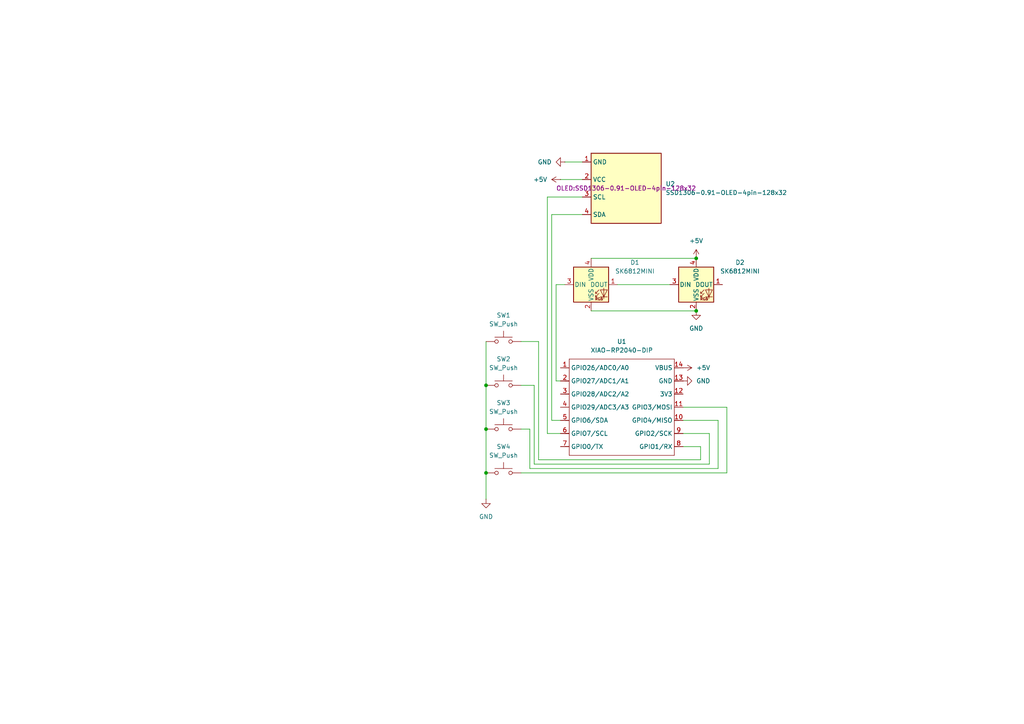
<source format=kicad_sch>
(kicad_sch
	(version 20250114)
	(generator "eeschema")
	(generator_version "9.0")
	(uuid "ce998194-85b8-4139-ab8a-323e77dd3006")
	(paper "A4")
	(lib_symbols
		(symbol "LED:SK6812MINI"
			(pin_names
				(offset 0.254)
			)
			(exclude_from_sim no)
			(in_bom yes)
			(on_board yes)
			(property "Reference" "D"
				(at 5.08 5.715 0)
				(effects
					(font
						(size 1.27 1.27)
					)
					(justify right bottom)
				)
			)
			(property "Value" "SK6812MINI"
				(at 1.27 -5.715 0)
				(effects
					(font
						(size 1.27 1.27)
					)
					(justify left top)
				)
			)
			(property "Footprint" "LED_SMD:LED_SK6812MINI_PLCC4_3.5x3.5mm_P1.75mm"
				(at 1.27 -7.62 0)
				(effects
					(font
						(size 1.27 1.27)
					)
					(justify left top)
					(hide yes)
				)
			)
			(property "Datasheet" "https://cdn-shop.adafruit.com/product-files/2686/SK6812MINI_REV.01-1-2.pdf"
				(at 2.54 -9.525 0)
				(effects
					(font
						(size 1.27 1.27)
					)
					(justify left top)
					(hide yes)
				)
			)
			(property "Description" "RGB LED with integrated controller"
				(at 0 0 0)
				(effects
					(font
						(size 1.27 1.27)
					)
					(hide yes)
				)
			)
			(property "ki_keywords" "RGB LED NeoPixel Mini addressable"
				(at 0 0 0)
				(effects
					(font
						(size 1.27 1.27)
					)
					(hide yes)
				)
			)
			(property "ki_fp_filters" "LED*SK6812MINI*PLCC*3.5x3.5mm*P1.75mm*"
				(at 0 0 0)
				(effects
					(font
						(size 1.27 1.27)
					)
					(hide yes)
				)
			)
			(symbol "SK6812MINI_0_0"
				(text "RGB"
					(at 2.286 -4.191 0)
					(effects
						(font
							(size 0.762 0.762)
						)
					)
				)
			)
			(symbol "SK6812MINI_0_1"
				(polyline
					(pts
						(xy 1.27 -2.54) (xy 1.778 -2.54)
					)
					(stroke
						(width 0)
						(type default)
					)
					(fill
						(type none)
					)
				)
				(polyline
					(pts
						(xy 1.27 -3.556) (xy 1.778 -3.556)
					)
					(stroke
						(width 0)
						(type default)
					)
					(fill
						(type none)
					)
				)
				(polyline
					(pts
						(xy 2.286 -1.524) (xy 1.27 -2.54) (xy 1.27 -2.032)
					)
					(stroke
						(width 0)
						(type default)
					)
					(fill
						(type none)
					)
				)
				(polyline
					(pts
						(xy 2.286 -2.54) (xy 1.27 -3.556) (xy 1.27 -3.048)
					)
					(stroke
						(width 0)
						(type default)
					)
					(fill
						(type none)
					)
				)
				(polyline
					(pts
						(xy 3.683 -1.016) (xy 3.683 -3.556) (xy 3.683 -4.064)
					)
					(stroke
						(width 0)
						(type default)
					)
					(fill
						(type none)
					)
				)
				(polyline
					(pts
						(xy 4.699 -1.524) (xy 2.667 -1.524) (xy 3.683 -3.556) (xy 4.699 -1.524)
					)
					(stroke
						(width 0)
						(type default)
					)
					(fill
						(type none)
					)
				)
				(polyline
					(pts
						(xy 4.699 -3.556) (xy 2.667 -3.556)
					)
					(stroke
						(width 0)
						(type default)
					)
					(fill
						(type none)
					)
				)
				(rectangle
					(start 5.08 5.08)
					(end -5.08 -5.08)
					(stroke
						(width 0.254)
						(type default)
					)
					(fill
						(type background)
					)
				)
			)
			(symbol "SK6812MINI_1_1"
				(pin input line
					(at -7.62 0 0)
					(length 2.54)
					(name "DIN"
						(effects
							(font
								(size 1.27 1.27)
							)
						)
					)
					(number "3"
						(effects
							(font
								(size 1.27 1.27)
							)
						)
					)
				)
				(pin power_in line
					(at 0 7.62 270)
					(length 2.54)
					(name "VDD"
						(effects
							(font
								(size 1.27 1.27)
							)
						)
					)
					(number "4"
						(effects
							(font
								(size 1.27 1.27)
							)
						)
					)
				)
				(pin power_in line
					(at 0 -7.62 90)
					(length 2.54)
					(name "VSS"
						(effects
							(font
								(size 1.27 1.27)
							)
						)
					)
					(number "2"
						(effects
							(font
								(size 1.27 1.27)
							)
						)
					)
				)
				(pin output line
					(at 7.62 0 180)
					(length 2.54)
					(name "DOUT"
						(effects
							(font
								(size 1.27 1.27)
							)
						)
					)
					(number "1"
						(effects
							(font
								(size 1.27 1.27)
							)
						)
					)
				)
			)
			(embedded_fonts no)
		)
		(symbol "OPL:XIAO-RP2040-DIP"
			(exclude_from_sim no)
			(in_bom yes)
			(on_board yes)
			(property "Reference" "U"
				(at 0 0 0)
				(effects
					(font
						(size 1.27 1.27)
					)
				)
			)
			(property "Value" "XIAO-RP2040-DIP"
				(at 5.334 -1.778 0)
				(effects
					(font
						(size 1.27 1.27)
					)
				)
			)
			(property "Footprint" "Module:MOUDLE14P-XIAO-DIP-SMD"
				(at 14.478 -32.258 0)
				(effects
					(font
						(size 1.27 1.27)
					)
					(hide yes)
				)
			)
			(property "Datasheet" ""
				(at 0 0 0)
				(effects
					(font
						(size 1.27 1.27)
					)
					(hide yes)
				)
			)
			(property "Description" ""
				(at 0 0 0)
				(effects
					(font
						(size 1.27 1.27)
					)
					(hide yes)
				)
			)
			(symbol "XIAO-RP2040-DIP_1_0"
				(polyline
					(pts
						(xy -1.27 -2.54) (xy 29.21 -2.54)
					)
					(stroke
						(width 0.1524)
						(type solid)
					)
					(fill
						(type none)
					)
				)
				(polyline
					(pts
						(xy -1.27 -5.08) (xy -2.54 -5.08)
					)
					(stroke
						(width 0.1524)
						(type solid)
					)
					(fill
						(type none)
					)
				)
				(polyline
					(pts
						(xy -1.27 -5.08) (xy -1.27 -2.54)
					)
					(stroke
						(width 0.1524)
						(type solid)
					)
					(fill
						(type none)
					)
				)
				(polyline
					(pts
						(xy -1.27 -8.89) (xy -2.54 -8.89)
					)
					(stroke
						(width 0.1524)
						(type solid)
					)
					(fill
						(type none)
					)
				)
				(polyline
					(pts
						(xy -1.27 -8.89) (xy -1.27 -5.08)
					)
					(stroke
						(width 0.1524)
						(type solid)
					)
					(fill
						(type none)
					)
				)
				(polyline
					(pts
						(xy -1.27 -12.7) (xy -2.54 -12.7)
					)
					(stroke
						(width 0.1524)
						(type solid)
					)
					(fill
						(type none)
					)
				)
				(polyline
					(pts
						(xy -1.27 -12.7) (xy -1.27 -8.89)
					)
					(stroke
						(width 0.1524)
						(type solid)
					)
					(fill
						(type none)
					)
				)
				(polyline
					(pts
						(xy -1.27 -16.51) (xy -2.54 -16.51)
					)
					(stroke
						(width 0.1524)
						(type solid)
					)
					(fill
						(type none)
					)
				)
				(polyline
					(pts
						(xy -1.27 -16.51) (xy -1.27 -12.7)
					)
					(stroke
						(width 0.1524)
						(type solid)
					)
					(fill
						(type none)
					)
				)
				(polyline
					(pts
						(xy -1.27 -20.32) (xy -2.54 -20.32)
					)
					(stroke
						(width 0.1524)
						(type solid)
					)
					(fill
						(type none)
					)
				)
				(polyline
					(pts
						(xy -1.27 -24.13) (xy -2.54 -24.13)
					)
					(stroke
						(width 0.1524)
						(type solid)
					)
					(fill
						(type none)
					)
				)
				(polyline
					(pts
						(xy -1.27 -27.94) (xy -2.54 -27.94)
					)
					(stroke
						(width 0.1524)
						(type solid)
					)
					(fill
						(type none)
					)
				)
				(polyline
					(pts
						(xy -1.27 -30.48) (xy -1.27 -16.51)
					)
					(stroke
						(width 0.1524)
						(type solid)
					)
					(fill
						(type none)
					)
				)
				(polyline
					(pts
						(xy 29.21 -2.54) (xy 29.21 -5.08)
					)
					(stroke
						(width 0.1524)
						(type solid)
					)
					(fill
						(type none)
					)
				)
				(polyline
					(pts
						(xy 29.21 -5.08) (xy 29.21 -8.89)
					)
					(stroke
						(width 0.1524)
						(type solid)
					)
					(fill
						(type none)
					)
				)
				(polyline
					(pts
						(xy 29.21 -8.89) (xy 29.21 -12.7)
					)
					(stroke
						(width 0.1524)
						(type solid)
					)
					(fill
						(type none)
					)
				)
				(polyline
					(pts
						(xy 29.21 -12.7) (xy 29.21 -30.48)
					)
					(stroke
						(width 0.1524)
						(type solid)
					)
					(fill
						(type none)
					)
				)
				(polyline
					(pts
						(xy 29.21 -30.48) (xy -1.27 -30.48)
					)
					(stroke
						(width 0.1524)
						(type solid)
					)
					(fill
						(type none)
					)
				)
				(polyline
					(pts
						(xy 30.48 -5.08) (xy 29.21 -5.08)
					)
					(stroke
						(width 0.1524)
						(type solid)
					)
					(fill
						(type none)
					)
				)
				(polyline
					(pts
						(xy 30.48 -8.89) (xy 29.21 -8.89)
					)
					(stroke
						(width 0.1524)
						(type solid)
					)
					(fill
						(type none)
					)
				)
				(polyline
					(pts
						(xy 30.48 -12.7) (xy 29.21 -12.7)
					)
					(stroke
						(width 0.1524)
						(type solid)
					)
					(fill
						(type none)
					)
				)
				(polyline
					(pts
						(xy 30.48 -16.51) (xy 29.21 -16.51)
					)
					(stroke
						(width 0.1524)
						(type solid)
					)
					(fill
						(type none)
					)
				)
				(polyline
					(pts
						(xy 30.48 -20.32) (xy 29.21 -20.32)
					)
					(stroke
						(width 0.1524)
						(type solid)
					)
					(fill
						(type none)
					)
				)
				(polyline
					(pts
						(xy 30.48 -24.13) (xy 29.21 -24.13)
					)
					(stroke
						(width 0.1524)
						(type solid)
					)
					(fill
						(type none)
					)
				)
				(polyline
					(pts
						(xy 30.48 -27.94) (xy 29.21 -27.94)
					)
					(stroke
						(width 0.1524)
						(type solid)
					)
					(fill
						(type none)
					)
				)
				(pin passive line
					(at -3.81 -5.08 0)
					(length 2.54)
					(name "GPIO26/ADC0/A0"
						(effects
							(font
								(size 1.27 1.27)
							)
						)
					)
					(number "1"
						(effects
							(font
								(size 1.27 1.27)
							)
						)
					)
				)
				(pin passive line
					(at -3.81 -8.89 0)
					(length 2.54)
					(name "GPIO27/ADC1/A1"
						(effects
							(font
								(size 1.27 1.27)
							)
						)
					)
					(number "2"
						(effects
							(font
								(size 1.27 1.27)
							)
						)
					)
				)
				(pin passive line
					(at -3.81 -12.7 0)
					(length 2.54)
					(name "GPIO28/ADC2/A2"
						(effects
							(font
								(size 1.27 1.27)
							)
						)
					)
					(number "3"
						(effects
							(font
								(size 1.27 1.27)
							)
						)
					)
				)
				(pin passive line
					(at -3.81 -16.51 0)
					(length 2.54)
					(name "GPIO29/ADC3/A3"
						(effects
							(font
								(size 1.27 1.27)
							)
						)
					)
					(number "4"
						(effects
							(font
								(size 1.27 1.27)
							)
						)
					)
				)
				(pin passive line
					(at -3.81 -20.32 0)
					(length 2.54)
					(name "GPIO6/SDA"
						(effects
							(font
								(size 1.27 1.27)
							)
						)
					)
					(number "5"
						(effects
							(font
								(size 1.27 1.27)
							)
						)
					)
				)
				(pin passive line
					(at -3.81 -24.13 0)
					(length 2.54)
					(name "GPIO7/SCL"
						(effects
							(font
								(size 1.27 1.27)
							)
						)
					)
					(number "6"
						(effects
							(font
								(size 1.27 1.27)
							)
						)
					)
				)
				(pin passive line
					(at -3.81 -27.94 0)
					(length 2.54)
					(name "GPIO0/TX"
						(effects
							(font
								(size 1.27 1.27)
							)
						)
					)
					(number "7"
						(effects
							(font
								(size 1.27 1.27)
							)
						)
					)
				)
				(pin passive line
					(at 31.75 -5.08 180)
					(length 2.54)
					(name "VBUS"
						(effects
							(font
								(size 1.27 1.27)
							)
						)
					)
					(number "14"
						(effects
							(font
								(size 1.27 1.27)
							)
						)
					)
				)
				(pin passive line
					(at 31.75 -8.89 180)
					(length 2.54)
					(name "GND"
						(effects
							(font
								(size 1.27 1.27)
							)
						)
					)
					(number "13"
						(effects
							(font
								(size 1.27 1.27)
							)
						)
					)
				)
				(pin passive line
					(at 31.75 -12.7 180)
					(length 2.54)
					(name "3V3"
						(effects
							(font
								(size 1.27 1.27)
							)
						)
					)
					(number "12"
						(effects
							(font
								(size 1.27 1.27)
							)
						)
					)
				)
				(pin passive line
					(at 31.75 -16.51 180)
					(length 2.54)
					(name "GPIO3/MOSI"
						(effects
							(font
								(size 1.27 1.27)
							)
						)
					)
					(number "11"
						(effects
							(font
								(size 1.27 1.27)
							)
						)
					)
				)
				(pin passive line
					(at 31.75 -20.32 180)
					(length 2.54)
					(name "GPIO4/MISO"
						(effects
							(font
								(size 1.27 1.27)
							)
						)
					)
					(number "10"
						(effects
							(font
								(size 1.27 1.27)
							)
						)
					)
				)
				(pin passive line
					(at 31.75 -24.13 180)
					(length 2.54)
					(name "GPIO2/SCK"
						(effects
							(font
								(size 1.27 1.27)
							)
						)
					)
					(number "9"
						(effects
							(font
								(size 1.27 1.27)
							)
						)
					)
				)
				(pin passive line
					(at 31.75 -27.94 180)
					(length 2.54)
					(name "GPIO1/RX"
						(effects
							(font
								(size 1.27 1.27)
							)
						)
					)
					(number "8"
						(effects
							(font
								(size 1.27 1.27)
							)
						)
					)
				)
			)
			(embedded_fonts no)
		)
		(symbol "SSD1306-0.91-OLED-4pin-128x32(1):SSD1306-0.91-OLED-4pin-128x32"
			(exclude_from_sim no)
			(in_bom yes)
			(on_board yes)
			(property "Reference" "U"
				(at 0 12.7 0)
				(effects
					(font
						(size 1.27 1.27)
					)
				)
			)
			(property "Value" "SSD1306-0.91-OLED-4pin-128x32"
				(at 0 -12.7 0)
				(effects
					(font
						(size 1.27 1.27)
					)
				)
			)
			(property "Footprint" ""
				(at 0 0 0)
				(effects
					(font
						(size 1.27 1.27)
					)
					(hide yes)
				)
			)
			(property "Datasheet" ""
				(at 0 0 0)
				(effects
					(font
						(size 1.27 1.27)
					)
					(hide yes)
				)
			)
			(property "Description" ""
				(at 0 0 0)
				(effects
					(font
						(size 1.27 1.27)
					)
					(hide yes)
				)
			)
			(symbol "SSD1306-0.91-OLED-4pin-128x32_0_1"
				(rectangle
					(start -10.16 10.16)
					(end 10.16 -10.16)
					(stroke
						(width 0.254)
						(type default)
					)
					(fill
						(type background)
					)
				)
			)
			(symbol "SSD1306-0.91-OLED-4pin-128x32_1_1"
				(pin power_in line
					(at -12.7 7.62 0)
					(length 2.54)
					(name "GND"
						(effects
							(font
								(size 1.27 1.27)
							)
						)
					)
					(number "1"
						(effects
							(font
								(size 1.27 1.27)
							)
						)
					)
				)
				(pin power_in line
					(at -12.7 2.54 0)
					(length 2.54)
					(name "VCC"
						(effects
							(font
								(size 1.27 1.27)
							)
						)
					)
					(number "2"
						(effects
							(font
								(size 1.27 1.27)
							)
						)
					)
				)
				(pin input line
					(at -12.7 -2.54 0)
					(length 2.54)
					(name "SCL"
						(effects
							(font
								(size 1.27 1.27)
							)
						)
					)
					(number "3"
						(effects
							(font
								(size 1.27 1.27)
							)
						)
					)
				)
				(pin bidirectional line
					(at -12.7 -7.62 0)
					(length 2.54)
					(name "SDA"
						(effects
							(font
								(size 1.27 1.27)
							)
						)
					)
					(number "4"
						(effects
							(font
								(size 1.27 1.27)
							)
						)
					)
				)
			)
			(embedded_fonts no)
		)
		(symbol "Switch:SW_Push"
			(pin_numbers
				(hide yes)
			)
			(pin_names
				(offset 1.016)
				(hide yes)
			)
			(exclude_from_sim no)
			(in_bom yes)
			(on_board yes)
			(property "Reference" "SW"
				(at 1.27 2.54 0)
				(effects
					(font
						(size 1.27 1.27)
					)
					(justify left)
				)
			)
			(property "Value" "SW_Push"
				(at 0 -1.524 0)
				(effects
					(font
						(size 1.27 1.27)
					)
				)
			)
			(property "Footprint" ""
				(at 0 5.08 0)
				(effects
					(font
						(size 1.27 1.27)
					)
					(hide yes)
				)
			)
			(property "Datasheet" "~"
				(at 0 5.08 0)
				(effects
					(font
						(size 1.27 1.27)
					)
					(hide yes)
				)
			)
			(property "Description" "Push button switch, generic, two pins"
				(at 0 0 0)
				(effects
					(font
						(size 1.27 1.27)
					)
					(hide yes)
				)
			)
			(property "ki_keywords" "switch normally-open pushbutton push-button"
				(at 0 0 0)
				(effects
					(font
						(size 1.27 1.27)
					)
					(hide yes)
				)
			)
			(symbol "SW_Push_0_1"
				(circle
					(center -2.032 0)
					(radius 0.508)
					(stroke
						(width 0)
						(type default)
					)
					(fill
						(type none)
					)
				)
				(polyline
					(pts
						(xy 0 1.27) (xy 0 3.048)
					)
					(stroke
						(width 0)
						(type default)
					)
					(fill
						(type none)
					)
				)
				(circle
					(center 2.032 0)
					(radius 0.508)
					(stroke
						(width 0)
						(type default)
					)
					(fill
						(type none)
					)
				)
				(polyline
					(pts
						(xy 2.54 1.27) (xy -2.54 1.27)
					)
					(stroke
						(width 0)
						(type default)
					)
					(fill
						(type none)
					)
				)
				(pin passive line
					(at -5.08 0 0)
					(length 2.54)
					(name "1"
						(effects
							(font
								(size 1.27 1.27)
							)
						)
					)
					(number "1"
						(effects
							(font
								(size 1.27 1.27)
							)
						)
					)
				)
				(pin passive line
					(at 5.08 0 180)
					(length 2.54)
					(name "2"
						(effects
							(font
								(size 1.27 1.27)
							)
						)
					)
					(number "2"
						(effects
							(font
								(size 1.27 1.27)
							)
						)
					)
				)
			)
			(embedded_fonts no)
		)
		(symbol "power:+5V"
			(power)
			(pin_numbers
				(hide yes)
			)
			(pin_names
				(offset 0)
				(hide yes)
			)
			(exclude_from_sim no)
			(in_bom yes)
			(on_board yes)
			(property "Reference" "#PWR"
				(at 0 -3.81 0)
				(effects
					(font
						(size 1.27 1.27)
					)
					(hide yes)
				)
			)
			(property "Value" "+5V"
				(at 0 3.556 0)
				(effects
					(font
						(size 1.27 1.27)
					)
				)
			)
			(property "Footprint" ""
				(at 0 0 0)
				(effects
					(font
						(size 1.27 1.27)
					)
					(hide yes)
				)
			)
			(property "Datasheet" ""
				(at 0 0 0)
				(effects
					(font
						(size 1.27 1.27)
					)
					(hide yes)
				)
			)
			(property "Description" "Power symbol creates a global label with name \"+5V\""
				(at 0 0 0)
				(effects
					(font
						(size 1.27 1.27)
					)
					(hide yes)
				)
			)
			(property "ki_keywords" "global power"
				(at 0 0 0)
				(effects
					(font
						(size 1.27 1.27)
					)
					(hide yes)
				)
			)
			(symbol "+5V_0_1"
				(polyline
					(pts
						(xy -0.762 1.27) (xy 0 2.54)
					)
					(stroke
						(width 0)
						(type default)
					)
					(fill
						(type none)
					)
				)
				(polyline
					(pts
						(xy 0 2.54) (xy 0.762 1.27)
					)
					(stroke
						(width 0)
						(type default)
					)
					(fill
						(type none)
					)
				)
				(polyline
					(pts
						(xy 0 0) (xy 0 2.54)
					)
					(stroke
						(width 0)
						(type default)
					)
					(fill
						(type none)
					)
				)
			)
			(symbol "+5V_1_1"
				(pin power_in line
					(at 0 0 90)
					(length 0)
					(name "~"
						(effects
							(font
								(size 1.27 1.27)
							)
						)
					)
					(number "1"
						(effects
							(font
								(size 1.27 1.27)
							)
						)
					)
				)
			)
			(embedded_fonts no)
		)
		(symbol "power:GND"
			(power)
			(pin_numbers
				(hide yes)
			)
			(pin_names
				(offset 0)
				(hide yes)
			)
			(exclude_from_sim no)
			(in_bom yes)
			(on_board yes)
			(property "Reference" "#PWR"
				(at 0 -6.35 0)
				(effects
					(font
						(size 1.27 1.27)
					)
					(hide yes)
				)
			)
			(property "Value" "GND"
				(at 0 -3.81 0)
				(effects
					(font
						(size 1.27 1.27)
					)
				)
			)
			(property "Footprint" ""
				(at 0 0 0)
				(effects
					(font
						(size 1.27 1.27)
					)
					(hide yes)
				)
			)
			(property "Datasheet" ""
				(at 0 0 0)
				(effects
					(font
						(size 1.27 1.27)
					)
					(hide yes)
				)
			)
			(property "Description" "Power symbol creates a global label with name \"GND\" , ground"
				(at 0 0 0)
				(effects
					(font
						(size 1.27 1.27)
					)
					(hide yes)
				)
			)
			(property "ki_keywords" "global power"
				(at 0 0 0)
				(effects
					(font
						(size 1.27 1.27)
					)
					(hide yes)
				)
			)
			(symbol "GND_0_1"
				(polyline
					(pts
						(xy 0 0) (xy 0 -1.27) (xy 1.27 -1.27) (xy 0 -2.54) (xy -1.27 -1.27) (xy 0 -1.27)
					)
					(stroke
						(width 0)
						(type default)
					)
					(fill
						(type none)
					)
				)
			)
			(symbol "GND_1_1"
				(pin power_in line
					(at 0 0 270)
					(length 0)
					(name "~"
						(effects
							(font
								(size 1.27 1.27)
							)
						)
					)
					(number "1"
						(effects
							(font
								(size 1.27 1.27)
							)
						)
					)
				)
			)
			(embedded_fonts no)
		)
	)
	(junction
		(at 140.97 137.16)
		(diameter 0)
		(color 0 0 0 0)
		(uuid "18aee56c-61bb-4974-a5ad-9694b4438576")
	)
	(junction
		(at 140.97 111.76)
		(diameter 0)
		(color 0 0 0 0)
		(uuid "1e07aee5-8bd5-4c40-a570-02f15768e9b5")
	)
	(junction
		(at 201.93 90.17)
		(diameter 0)
		(color 0 0 0 0)
		(uuid "2b08f641-0af9-4bec-bbb5-98b5a46aa1fd")
	)
	(junction
		(at 201.93 74.93)
		(diameter 0)
		(color 0 0 0 0)
		(uuid "473dc234-87af-4ae0-896d-39e4f9961d5e")
	)
	(junction
		(at 140.97 124.46)
		(diameter 0)
		(color 0 0 0 0)
		(uuid "d6af5232-c25f-4a2f-85cb-5848fab5f4a5")
	)
	(wire
		(pts
			(xy 151.13 124.46) (xy 153.67 124.46)
		)
		(stroke
			(width 0)
			(type default)
		)
		(uuid "0e02dea9-1fdc-465a-a21b-5d1595167f73")
	)
	(wire
		(pts
			(xy 140.97 99.06) (xy 140.97 111.76)
		)
		(stroke
			(width 0)
			(type default)
		)
		(uuid "19556908-7fb5-4723-9a3e-345c4e801e2f")
	)
	(wire
		(pts
			(xy 140.97 124.46) (xy 140.97 137.16)
		)
		(stroke
			(width 0)
			(type default)
		)
		(uuid "19d70019-3644-4840-ac62-6f3c398aa9ae")
	)
	(wire
		(pts
			(xy 154.94 111.76) (xy 151.13 111.76)
		)
		(stroke
			(width 0)
			(type default)
		)
		(uuid "1fbe3a04-196c-4b87-bb02-1ad0d5e937e0")
	)
	(wire
		(pts
			(xy 140.97 137.16) (xy 140.97 144.78)
		)
		(stroke
			(width 0)
			(type default)
		)
		(uuid "27859072-5b11-48ab-b5db-c631bb2976c6")
	)
	(wire
		(pts
			(xy 154.94 134.62) (xy 154.94 111.76)
		)
		(stroke
			(width 0)
			(type default)
		)
		(uuid "2989226c-c4a2-4003-9ec1-23516b573172")
	)
	(wire
		(pts
			(xy 140.97 111.76) (xy 140.97 124.46)
		)
		(stroke
			(width 0)
			(type default)
		)
		(uuid "3a357fd2-3c1e-4910-a447-2069f1321044")
	)
	(wire
		(pts
			(xy 205.74 134.62) (xy 154.94 134.62)
		)
		(stroke
			(width 0)
			(type default)
		)
		(uuid "3b7df2b5-5b23-4c10-af4c-5b85b7e1e2d1")
	)
	(wire
		(pts
			(xy 162.56 125.73) (xy 158.75 125.73)
		)
		(stroke
			(width 0)
			(type default)
		)
		(uuid "46840e38-9ee6-4062-bf35-9023566a0a73")
	)
	(wire
		(pts
			(xy 198.12 129.54) (xy 203.2 129.54)
		)
		(stroke
			(width 0)
			(type default)
		)
		(uuid "557f68e2-8000-40be-bff5-cbce4a48b823")
	)
	(wire
		(pts
			(xy 158.75 125.73) (xy 158.75 57.15)
		)
		(stroke
			(width 0)
			(type default)
		)
		(uuid "5d121544-e45e-4de0-9876-cb27f760f06e")
	)
	(wire
		(pts
			(xy 160.02 62.23) (xy 168.91 62.23)
		)
		(stroke
			(width 0)
			(type default)
		)
		(uuid "617cbf68-1a49-4892-ba6b-56ba3b9b71d4")
	)
	(wire
		(pts
			(xy 163.83 46.99) (xy 168.91 46.99)
		)
		(stroke
			(width 0)
			(type default)
		)
		(uuid "64ac6c27-1a2a-4042-ab95-e581cce17663")
	)
	(wire
		(pts
			(xy 162.56 121.92) (xy 160.02 121.92)
		)
		(stroke
			(width 0)
			(type default)
		)
		(uuid "74678a40-cc8c-4e52-aebb-0fa72fa062b2")
	)
	(wire
		(pts
			(xy 151.13 137.16) (xy 210.82 137.16)
		)
		(stroke
			(width 0)
			(type default)
		)
		(uuid "82c09b19-68d2-47b4-b093-1987f491772e")
	)
	(wire
		(pts
			(xy 198.12 121.92) (xy 208.28 121.92)
		)
		(stroke
			(width 0)
			(type default)
		)
		(uuid "8610da34-49de-42c8-a4f2-57eaf3fc02a9")
	)
	(wire
		(pts
			(xy 151.13 99.06) (xy 156.21 99.06)
		)
		(stroke
			(width 0)
			(type default)
		)
		(uuid "8799fc3d-abbc-4ccf-aa8c-b193138fd0ec")
	)
	(wire
		(pts
			(xy 153.67 135.89) (xy 153.67 124.46)
		)
		(stroke
			(width 0)
			(type default)
		)
		(uuid "8d562e76-6ffa-4e2c-8819-9e033b7fb783")
	)
	(wire
		(pts
			(xy 158.75 57.15) (xy 168.91 57.15)
		)
		(stroke
			(width 0)
			(type default)
		)
		(uuid "96667b47-bafc-45af-9ba8-770afd62d3c8")
	)
	(wire
		(pts
			(xy 156.21 133.35) (xy 156.21 99.06)
		)
		(stroke
			(width 0)
			(type default)
		)
		(uuid "9ef8e0f4-3391-425f-a717-807bf105571e")
	)
	(wire
		(pts
			(xy 205.74 125.73) (xy 205.74 134.62)
		)
		(stroke
			(width 0)
			(type default)
		)
		(uuid "a3f414af-a34c-4021-acb4-9d1a870b6754")
	)
	(wire
		(pts
			(xy 162.56 52.07) (xy 168.91 52.07)
		)
		(stroke
			(width 0)
			(type default)
		)
		(uuid "a9ac8af7-c8a8-478d-aac1-e02df6d3df80")
	)
	(wire
		(pts
			(xy 161.29 110.49) (xy 162.56 110.49)
		)
		(stroke
			(width 0)
			(type default)
		)
		(uuid "ab616ef4-9525-4745-9bea-37fddf59d6c5")
	)
	(wire
		(pts
			(xy 163.83 82.55) (xy 161.29 82.55)
		)
		(stroke
			(width 0)
			(type default)
		)
		(uuid "b216f4eb-c557-4423-8148-59adaa6af4b9")
	)
	(wire
		(pts
			(xy 160.02 121.92) (xy 160.02 62.23)
		)
		(stroke
			(width 0)
			(type default)
		)
		(uuid "b3f7d4a0-6dd9-45ca-989f-b728ca0beb82")
	)
	(wire
		(pts
			(xy 203.2 129.54) (xy 203.2 133.35)
		)
		(stroke
			(width 0)
			(type default)
		)
		(uuid "b4e39258-e8b3-4dc6-96c9-09ab577bd8f2")
	)
	(wire
		(pts
			(xy 198.12 118.11) (xy 210.82 118.11)
		)
		(stroke
			(width 0)
			(type default)
		)
		(uuid "bba5b5ec-f314-472b-b5d5-f3ff82884e73")
	)
	(wire
		(pts
			(xy 161.29 82.55) (xy 161.29 110.49)
		)
		(stroke
			(width 0)
			(type default)
		)
		(uuid "c1c5f341-a5b2-42d7-86b9-75856db92322")
	)
	(wire
		(pts
			(xy 179.07 82.55) (xy 194.31 82.55)
		)
		(stroke
			(width 0)
			(type default)
		)
		(uuid "cae7023e-9c2c-4483-a996-431dd8b17241")
	)
	(wire
		(pts
			(xy 210.82 118.11) (xy 210.82 137.16)
		)
		(stroke
			(width 0)
			(type default)
		)
		(uuid "d7bb13e1-cf69-4d50-bff8-1146101e4cee")
	)
	(wire
		(pts
			(xy 171.45 74.93) (xy 201.93 74.93)
		)
		(stroke
			(width 0)
			(type default)
		)
		(uuid "e484e186-ecaa-4d7d-9506-8fb605ea96a7")
	)
	(wire
		(pts
			(xy 208.28 121.92) (xy 208.28 135.89)
		)
		(stroke
			(width 0)
			(type default)
		)
		(uuid "ea5398c4-c93e-4d9a-9096-85a9358d4364")
	)
	(wire
		(pts
			(xy 171.45 90.17) (xy 201.93 90.17)
		)
		(stroke
			(width 0)
			(type default)
		)
		(uuid "ee2b15bb-0aa2-477f-ba77-c51a4d69e379")
	)
	(wire
		(pts
			(xy 198.12 125.73) (xy 205.74 125.73)
		)
		(stroke
			(width 0)
			(type default)
		)
		(uuid "ef47c273-e603-4b6a-b406-86e5bb35de41")
	)
	(wire
		(pts
			(xy 203.2 133.35) (xy 156.21 133.35)
		)
		(stroke
			(width 0)
			(type default)
		)
		(uuid "f535b1f6-6a89-4d2b-ba33-20d665f20654")
	)
	(wire
		(pts
			(xy 208.28 135.89) (xy 153.67 135.89)
		)
		(stroke
			(width 0)
			(type default)
		)
		(uuid "f9b5682a-2871-4eb8-8685-f6049786f256")
	)
	(symbol
		(lib_id "Switch:SW_Push")
		(at 146.05 99.06 0)
		(unit 1)
		(exclude_from_sim no)
		(in_bom yes)
		(on_board yes)
		(dnp no)
		(fields_autoplaced yes)
		(uuid "5bab4e71-3f9d-4b2d-bd73-8a8d3429523c")
		(property "Reference" "SW1"
			(at 146.05 91.44 0)
			(effects
				(font
					(size 1.27 1.27)
				)
			)
		)
		(property "Value" "SW_Push"
			(at 146.05 93.98 0)
			(effects
				(font
					(size 1.27 1.27)
				)
			)
		)
		(property "Footprint" "Button_Switch_Keyboard:SW_Cherry_MX_1.00u_PCB"
			(at 146.05 93.98 0)
			(effects
				(font
					(size 1.27 1.27)
				)
				(hide yes)
			)
		)
		(property "Datasheet" "~"
			(at 146.05 93.98 0)
			(effects
				(font
					(size 1.27 1.27)
				)
				(hide yes)
			)
		)
		(property "Description" "Push button switch, generic, two pins"
			(at 146.05 99.06 0)
			(effects
				(font
					(size 1.27 1.27)
				)
				(hide yes)
			)
		)
		(pin "2"
			(uuid "70f91746-2d80-4c75-a16c-ad4e85853dfd")
		)
		(pin "1"
			(uuid "26c1729d-4834-46dc-806b-fb5fe18ca492")
		)
		(instances
			(project ""
				(path "/ce998194-85b8-4139-ab8a-323e77dd3006"
					(reference "SW1")
					(unit 1)
				)
			)
		)
	)
	(symbol
		(lib_id "LED:SK6812MINI")
		(at 171.45 82.55 0)
		(unit 1)
		(exclude_from_sim no)
		(in_bom yes)
		(on_board yes)
		(dnp no)
		(fields_autoplaced yes)
		(uuid "64ff2fb6-27d8-4643-a432-37de6956d8b2")
		(property "Reference" "D1"
			(at 184.15 76.1298 0)
			(effects
				(font
					(size 1.27 1.27)
				)
			)
		)
		(property "Value" "SK6812MINI"
			(at 184.15 78.6698 0)
			(effects
				(font
					(size 1.27 1.27)
				)
			)
		)
		(property "Footprint" "LED_SMD:LED_SK6812MINI_PLCC4_3.5x3.5mm_P1.75mm"
			(at 172.72 90.17 0)
			(effects
				(font
					(size 1.27 1.27)
				)
				(justify left top)
				(hide yes)
			)
		)
		(property "Datasheet" "https://cdn-shop.adafruit.com/product-files/2686/SK6812MINI_REV.01-1-2.pdf"
			(at 173.99 92.075 0)
			(effects
				(font
					(size 1.27 1.27)
				)
				(justify left top)
				(hide yes)
			)
		)
		(property "Description" "RGB LED with integrated controller"
			(at 171.45 82.55 0)
			(effects
				(font
					(size 1.27 1.27)
				)
				(hide yes)
			)
		)
		(pin "2"
			(uuid "995255b8-0e44-4498-9201-6af0f5e9670f")
		)
		(pin "3"
			(uuid "17ca0edb-b1b6-41cf-91de-fb5de7ef2fad")
		)
		(pin "1"
			(uuid "626f1cfc-8929-4dbd-a04f-ffc8c692823a")
		)
		(pin "4"
			(uuid "ed54fa47-a47c-4d65-85d0-c9a0d4c0bb0a")
		)
		(instances
			(project ""
				(path "/ce998194-85b8-4139-ab8a-323e77dd3006"
					(reference "D1")
					(unit 1)
				)
			)
		)
	)
	(symbol
		(lib_id "power:GND")
		(at 140.97 144.78 0)
		(unit 1)
		(exclude_from_sim no)
		(in_bom yes)
		(on_board yes)
		(dnp no)
		(fields_autoplaced yes)
		(uuid "70c942e8-ee1f-475f-8e1f-4de19d6029ca")
		(property "Reference" "#PWR03"
			(at 140.97 151.13 0)
			(effects
				(font
					(size 1.27 1.27)
				)
				(hide yes)
			)
		)
		(property "Value" "GND"
			(at 140.97 149.86 0)
			(effects
				(font
					(size 1.27 1.27)
				)
			)
		)
		(property "Footprint" ""
			(at 140.97 144.78 0)
			(effects
				(font
					(size 1.27 1.27)
				)
				(hide yes)
			)
		)
		(property "Datasheet" ""
			(at 140.97 144.78 0)
			(effects
				(font
					(size 1.27 1.27)
				)
				(hide yes)
			)
		)
		(property "Description" "Power symbol creates a global label with name \"GND\" , ground"
			(at 140.97 144.78 0)
			(effects
				(font
					(size 1.27 1.27)
				)
				(hide yes)
			)
		)
		(pin "1"
			(uuid "9e4d26f2-68e3-4750-89f4-3e3950937945")
		)
		(instances
			(project ""
				(path "/ce998194-85b8-4139-ab8a-323e77dd3006"
					(reference "#PWR03")
					(unit 1)
				)
			)
		)
	)
	(symbol
		(lib_id "SSD1306-0.91-OLED-4pin-128x32(1):SSD1306-0.91-OLED-4pin-128x32")
		(at 181.61 54.61 0)
		(unit 1)
		(exclude_from_sim no)
		(in_bom yes)
		(on_board yes)
		(dnp no)
		(fields_autoplaced yes)
		(uuid "7a317f11-b3bb-413a-b99c-b87c4cf57eb1")
		(property "Reference" "U2"
			(at 193.04 53.3399 0)
			(effects
				(font
					(size 1.27 1.27)
				)
				(justify left)
			)
		)
		(property "Value" "SSD1306-0.91-OLED-4pin-128x32"
			(at 193.04 55.8799 0)
			(effects
				(font
					(size 1.27 1.27)
				)
				(justify left)
			)
		)
		(property "Footprint" "OLED:SSD1306-0.91-OLED-4pin-128x32"
			(at 181.61 54.61 0)
			(effects
				(font
					(size 1.27 1.27)
				)
			)
		)
		(property "Datasheet" ""
			(at 181.61 54.61 0)
			(effects
				(font
					(size 1.27 1.27)
				)
				(hide yes)
			)
		)
		(property "Description" ""
			(at 181.61 54.61 0)
			(effects
				(font
					(size 1.27 1.27)
				)
				(hide yes)
			)
		)
		(pin "2"
			(uuid "ea028687-7db0-4eaa-9089-9d4b6ccfb915")
		)
		(pin "4"
			(uuid "be6916b9-7bb7-4be7-9d08-1ddf2c09cee5")
		)
		(pin "3"
			(uuid "c7fdac05-6551-4dad-86c3-ed483529e6c7")
		)
		(pin "1"
			(uuid "07fc16ff-91fa-4448-aa82-23327331b563")
		)
		(instances
			(project "Kicad project 1"
				(path "/ce998194-85b8-4139-ab8a-323e77dd3006"
					(reference "U2")
					(unit 1)
				)
			)
		)
	)
	(symbol
		(lib_id "LED:SK6812MINI")
		(at 201.93 82.55 0)
		(unit 1)
		(exclude_from_sim no)
		(in_bom yes)
		(on_board yes)
		(dnp no)
		(fields_autoplaced yes)
		(uuid "8d75c572-f943-4fc1-9702-c27f169cfde5")
		(property "Reference" "D2"
			(at 214.63 76.1298 0)
			(effects
				(font
					(size 1.27 1.27)
				)
			)
		)
		(property "Value" "SK6812MINI"
			(at 214.63 78.6698 0)
			(effects
				(font
					(size 1.27 1.27)
				)
			)
		)
		(property "Footprint" "LED_SMD:LED_SK6812MINI_PLCC4_3.5x3.5mm_P1.75mm"
			(at 203.2 90.17 0)
			(effects
				(font
					(size 1.27 1.27)
				)
				(justify left top)
				(hide yes)
			)
		)
		(property "Datasheet" "https://cdn-shop.adafruit.com/product-files/2686/SK6812MINI_REV.01-1-2.pdf"
			(at 204.47 92.075 0)
			(effects
				(font
					(size 1.27 1.27)
				)
				(justify left top)
				(hide yes)
			)
		)
		(property "Description" "RGB LED with integrated controller"
			(at 201.93 82.55 0)
			(effects
				(font
					(size 1.27 1.27)
				)
				(hide yes)
			)
		)
		(pin "3"
			(uuid "6a4664fa-a84f-40fc-8536-bbac3ff96f8b")
		)
		(pin "2"
			(uuid "2c938015-3ecd-4ca5-927c-e2cf23a3d12c")
		)
		(pin "4"
			(uuid "efa8f3dc-f6c6-4983-991a-7dfc9b4b6483")
		)
		(pin "1"
			(uuid "78b838ce-ac42-4421-adbe-d2cf1bba87e1")
		)
		(instances
			(project ""
				(path "/ce998194-85b8-4139-ab8a-323e77dd3006"
					(reference "D2")
					(unit 1)
				)
			)
		)
	)
	(symbol
		(lib_id "power:GND")
		(at 163.83 46.99 270)
		(unit 1)
		(exclude_from_sim no)
		(in_bom yes)
		(on_board yes)
		(dnp no)
		(fields_autoplaced yes)
		(uuid "b7637882-ab7c-4358-ab7e-69188eac866e")
		(property "Reference" "#PWR06"
			(at 157.48 46.99 0)
			(effects
				(font
					(size 1.27 1.27)
				)
				(hide yes)
			)
		)
		(property "Value" "GND"
			(at 160.02 46.9899 90)
			(effects
				(font
					(size 1.27 1.27)
				)
				(justify right)
			)
		)
		(property "Footprint" ""
			(at 163.83 46.99 0)
			(effects
				(font
					(size 1.27 1.27)
				)
				(hide yes)
			)
		)
		(property "Datasheet" ""
			(at 163.83 46.99 0)
			(effects
				(font
					(size 1.27 1.27)
				)
				(hide yes)
			)
		)
		(property "Description" "Power symbol creates a global label with name \"GND\" , ground"
			(at 163.83 46.99 0)
			(effects
				(font
					(size 1.27 1.27)
				)
				(hide yes)
			)
		)
		(pin "1"
			(uuid "3388a461-1d58-47b2-979d-a264f760535b")
		)
		(instances
			(project ""
				(path "/ce998194-85b8-4139-ab8a-323e77dd3006"
					(reference "#PWR06")
					(unit 1)
				)
			)
		)
	)
	(symbol
		(lib_id "power:GND")
		(at 198.12 110.49 90)
		(unit 1)
		(exclude_from_sim no)
		(in_bom yes)
		(on_board yes)
		(dnp no)
		(fields_autoplaced yes)
		(uuid "d40629bc-0efd-4d4a-9da5-5777cbf757c6")
		(property "Reference" "#PWR02"
			(at 204.47 110.49 0)
			(effects
				(font
					(size 1.27 1.27)
				)
				(hide yes)
			)
		)
		(property "Value" "GND"
			(at 201.93 110.4899 90)
			(effects
				(font
					(size 1.27 1.27)
				)
				(justify right)
			)
		)
		(property "Footprint" ""
			(at 198.12 110.49 0)
			(effects
				(font
					(size 1.27 1.27)
				)
				(hide yes)
			)
		)
		(property "Datasheet" ""
			(at 198.12 110.49 0)
			(effects
				(font
					(size 1.27 1.27)
				)
				(hide yes)
			)
		)
		(property "Description" "Power symbol creates a global label with name \"GND\" , ground"
			(at 198.12 110.49 0)
			(effects
				(font
					(size 1.27 1.27)
				)
				(hide yes)
			)
		)
		(pin "1"
			(uuid "d624e660-dd61-486b-81fe-51e7342fd354")
		)
		(instances
			(project ""
				(path "/ce998194-85b8-4139-ab8a-323e77dd3006"
					(reference "#PWR02")
					(unit 1)
				)
			)
		)
	)
	(symbol
		(lib_id "power:+5V")
		(at 162.56 52.07 90)
		(unit 1)
		(exclude_from_sim no)
		(in_bom yes)
		(on_board yes)
		(dnp no)
		(fields_autoplaced yes)
		(uuid "d68c5f72-8295-445e-afac-d9afd6eb23ee")
		(property "Reference" "#PWR07"
			(at 166.37 52.07 0)
			(effects
				(font
					(size 1.27 1.27)
				)
				(hide yes)
			)
		)
		(property "Value" "+5V"
			(at 158.75 52.0699 90)
			(effects
				(font
					(size 1.27 1.27)
				)
				(justify left)
			)
		)
		(property "Footprint" ""
			(at 162.56 52.07 0)
			(effects
				(font
					(size 1.27 1.27)
				)
				(hide yes)
			)
		)
		(property "Datasheet" ""
			(at 162.56 52.07 0)
			(effects
				(font
					(size 1.27 1.27)
				)
				(hide yes)
			)
		)
		(property "Description" "Power symbol creates a global label with name \"+5V\""
			(at 162.56 52.07 0)
			(effects
				(font
					(size 1.27 1.27)
				)
				(hide yes)
			)
		)
		(pin "1"
			(uuid "9f438a31-3794-4e0f-bc00-9e0a5fe6ddd6")
		)
		(instances
			(project ""
				(path "/ce998194-85b8-4139-ab8a-323e77dd3006"
					(reference "#PWR07")
					(unit 1)
				)
			)
		)
	)
	(symbol
		(lib_id "Switch:SW_Push")
		(at 146.05 124.46 0)
		(unit 1)
		(exclude_from_sim no)
		(in_bom yes)
		(on_board yes)
		(dnp no)
		(fields_autoplaced yes)
		(uuid "e59ba07d-efaa-4d66-89fa-b15ed4789f32")
		(property "Reference" "SW3"
			(at 146.05 116.84 0)
			(effects
				(font
					(size 1.27 1.27)
				)
			)
		)
		(property "Value" "SW_Push"
			(at 146.05 119.38 0)
			(effects
				(font
					(size 1.27 1.27)
				)
			)
		)
		(property "Footprint" "Button_Switch_Keyboard:SW_Cherry_MX_1.00u_PCB"
			(at 146.05 119.38 0)
			(effects
				(font
					(size 1.27 1.27)
				)
				(hide yes)
			)
		)
		(property "Datasheet" "~"
			(at 146.05 119.38 0)
			(effects
				(font
					(size 1.27 1.27)
				)
				(hide yes)
			)
		)
		(property "Description" "Push button switch, generic, two pins"
			(at 146.05 124.46 0)
			(effects
				(font
					(size 1.27 1.27)
				)
				(hide yes)
			)
		)
		(pin "2"
			(uuid "bdb72c6a-9996-45c6-8fc0-d209151b81e1")
		)
		(pin "1"
			(uuid "70204c51-7e0c-48e7-8725-96493734dca7")
		)
		(instances
			(project ""
				(path "/ce998194-85b8-4139-ab8a-323e77dd3006"
					(reference "SW3")
					(unit 1)
				)
			)
		)
	)
	(symbol
		(lib_id "power:GND")
		(at 201.93 90.17 0)
		(unit 1)
		(exclude_from_sim no)
		(in_bom yes)
		(on_board yes)
		(dnp no)
		(fields_autoplaced yes)
		(uuid "ed9416e8-3885-4db4-8458-1e2797f51352")
		(property "Reference" "#PWR01"
			(at 201.93 96.52 0)
			(effects
				(font
					(size 1.27 1.27)
				)
				(hide yes)
			)
		)
		(property "Value" "GND"
			(at 201.93 95.25 0)
			(effects
				(font
					(size 1.27 1.27)
				)
			)
		)
		(property "Footprint" ""
			(at 201.93 90.17 0)
			(effects
				(font
					(size 1.27 1.27)
				)
				(hide yes)
			)
		)
		(property "Datasheet" ""
			(at 201.93 90.17 0)
			(effects
				(font
					(size 1.27 1.27)
				)
				(hide yes)
			)
		)
		(property "Description" "Power symbol creates a global label with name \"GND\" , ground"
			(at 201.93 90.17 0)
			(effects
				(font
					(size 1.27 1.27)
				)
				(hide yes)
			)
		)
		(pin "1"
			(uuid "4a79ddef-07f6-4bac-a8f4-a060b13389ba")
		)
		(instances
			(project ""
				(path "/ce998194-85b8-4139-ab8a-323e77dd3006"
					(reference "#PWR01")
					(unit 1)
				)
			)
		)
	)
	(symbol
		(lib_id "Switch:SW_Push")
		(at 146.05 137.16 0)
		(unit 1)
		(exclude_from_sim no)
		(in_bom yes)
		(on_board yes)
		(dnp no)
		(fields_autoplaced yes)
		(uuid "ef6460cf-3f90-4049-9df2-df6ca6adc346")
		(property "Reference" "SW4"
			(at 146.05 129.54 0)
			(effects
				(font
					(size 1.27 1.27)
				)
			)
		)
		(property "Value" "SW_Push"
			(at 146.05 132.08 0)
			(effects
				(font
					(size 1.27 1.27)
				)
			)
		)
		(property "Footprint" "Button_Switch_Keyboard:SW_Cherry_MX_1.00u_PCB"
			(at 146.05 132.08 0)
			(effects
				(font
					(size 1.27 1.27)
				)
				(hide yes)
			)
		)
		(property "Datasheet" "~"
			(at 146.05 132.08 0)
			(effects
				(font
					(size 1.27 1.27)
				)
				(hide yes)
			)
		)
		(property "Description" "Push button switch, generic, two pins"
			(at 146.05 137.16 0)
			(effects
				(font
					(size 1.27 1.27)
				)
				(hide yes)
			)
		)
		(pin "1"
			(uuid "5139d118-008e-41d4-9b33-ac174ec45501")
		)
		(pin "2"
			(uuid "9aea626c-4ed6-41a5-9514-5911115b2400")
		)
		(instances
			(project ""
				(path "/ce998194-85b8-4139-ab8a-323e77dd3006"
					(reference "SW4")
					(unit 1)
				)
			)
		)
	)
	(symbol
		(lib_id "OPL:XIAO-RP2040-DIP")
		(at 166.37 101.6 0)
		(unit 1)
		(exclude_from_sim no)
		(in_bom yes)
		(on_board yes)
		(dnp no)
		(fields_autoplaced yes)
		(uuid "eff8f9d2-0f2b-40fc-895d-1abf04c79e52")
		(property "Reference" "U1"
			(at 180.34 99.06 0)
			(effects
				(font
					(size 1.27 1.27)
				)
			)
		)
		(property "Value" "XIAO-RP2040-DIP"
			(at 180.34 101.6 0)
			(effects
				(font
					(size 1.27 1.27)
				)
			)
		)
		(property "Footprint" "OPL:XIAO-RP2040-DIP"
			(at 180.848 133.858 0)
			(effects
				(font
					(size 1.27 1.27)
				)
				(hide yes)
			)
		)
		(property "Datasheet" ""
			(at 166.37 101.6 0)
			(effects
				(font
					(size 1.27 1.27)
				)
				(hide yes)
			)
		)
		(property "Description" ""
			(at 166.37 101.6 0)
			(effects
				(font
					(size 1.27 1.27)
				)
				(hide yes)
			)
		)
		(pin "12"
			(uuid "2f89136e-6c2a-4d90-b9fa-966ee3644a42")
		)
		(pin "8"
			(uuid "3e11a2e9-e907-47c3-82d0-65fdc603dce0")
		)
		(pin "5"
			(uuid "64330e7e-ae4f-4e16-a94c-da1952a7c336")
		)
		(pin "4"
			(uuid "4067d15d-657e-4602-b6de-9d3b220b33c5")
		)
		(pin "6"
			(uuid "bea93fe4-76e8-499f-9bda-fb36ab91dafb")
		)
		(pin "2"
			(uuid "975f6d84-7ee7-4606-8a3d-174424d762aa")
		)
		(pin "7"
			(uuid "38ebaae8-7791-48de-806e-5da1733a352f")
		)
		(pin "1"
			(uuid "40200e64-ac14-487e-b8f8-6da38d09b4a8")
		)
		(pin "14"
			(uuid "4e38e2b6-684d-49b1-b3c6-35b94cb858e6")
		)
		(pin "13"
			(uuid "87b7e2b9-d7fe-43ff-a131-0ee3c454f875")
		)
		(pin "11"
			(uuid "a2d1915c-2ec5-4da7-9b26-c4a4b55bbcc1")
		)
		(pin "3"
			(uuid "e0e30928-0d6b-4cad-a501-8a7265f3467c")
		)
		(pin "9"
			(uuid "254328c1-82c3-4d70-bb84-f3b68867bad0")
		)
		(pin "10"
			(uuid "170dbd43-52a5-4ccf-9cad-358bcab7d789")
		)
		(instances
			(project ""
				(path "/ce998194-85b8-4139-ab8a-323e77dd3006"
					(reference "U1")
					(unit 1)
				)
			)
		)
	)
	(symbol
		(lib_id "power:+5V")
		(at 198.12 106.68 270)
		(unit 1)
		(exclude_from_sim no)
		(in_bom yes)
		(on_board yes)
		(dnp no)
		(fields_autoplaced yes)
		(uuid "f248ec27-921a-4035-be08-c0e8e4d5491d")
		(property "Reference" "#PWR04"
			(at 194.31 106.68 0)
			(effects
				(font
					(size 1.27 1.27)
				)
				(hide yes)
			)
		)
		(property "Value" "+5V"
			(at 201.93 106.6799 90)
			(effects
				(font
					(size 1.27 1.27)
				)
				(justify left)
			)
		)
		(property "Footprint" ""
			(at 198.12 106.68 0)
			(effects
				(font
					(size 1.27 1.27)
				)
				(hide yes)
			)
		)
		(property "Datasheet" ""
			(at 198.12 106.68 0)
			(effects
				(font
					(size 1.27 1.27)
				)
				(hide yes)
			)
		)
		(property "Description" "Power symbol creates a global label with name \"+5V\""
			(at 198.12 106.68 0)
			(effects
				(font
					(size 1.27 1.27)
				)
				(hide yes)
			)
		)
		(pin "1"
			(uuid "5fcb55e8-8b3e-4870-8bf1-b140b5ddfdd2")
		)
		(instances
			(project ""
				(path "/ce998194-85b8-4139-ab8a-323e77dd3006"
					(reference "#PWR04")
					(unit 1)
				)
			)
		)
	)
	(symbol
		(lib_id "Switch:SW_Push")
		(at 146.05 111.76 0)
		(unit 1)
		(exclude_from_sim no)
		(in_bom yes)
		(on_board yes)
		(dnp no)
		(fields_autoplaced yes)
		(uuid "f91299ed-f670-42b9-8202-dea2506805aa")
		(property "Reference" "SW2"
			(at 146.05 104.14 0)
			(effects
				(font
					(size 1.27 1.27)
				)
			)
		)
		(property "Value" "SW_Push"
			(at 146.05 106.68 0)
			(effects
				(font
					(size 1.27 1.27)
				)
			)
		)
		(property "Footprint" "Button_Switch_Keyboard:SW_Cherry_MX_1.00u_PCB"
			(at 146.05 106.68 0)
			(effects
				(font
					(size 1.27 1.27)
				)
				(hide yes)
			)
		)
		(property "Datasheet" "~"
			(at 146.05 106.68 0)
			(effects
				(font
					(size 1.27 1.27)
				)
				(hide yes)
			)
		)
		(property "Description" "Push button switch, generic, two pins"
			(at 146.05 111.76 0)
			(effects
				(font
					(size 1.27 1.27)
				)
				(hide yes)
			)
		)
		(pin "1"
			(uuid "5ad08c56-a4c5-4dfc-8112-4e2be6aff662")
		)
		(pin "2"
			(uuid "8b6a9c69-2c57-40ed-b1dc-f91ff364b9f1")
		)
		(instances
			(project ""
				(path "/ce998194-85b8-4139-ab8a-323e77dd3006"
					(reference "SW2")
					(unit 1)
				)
			)
		)
	)
	(symbol
		(lib_id "power:+5V")
		(at 201.93 74.93 0)
		(unit 1)
		(exclude_from_sim no)
		(in_bom yes)
		(on_board yes)
		(dnp no)
		(fields_autoplaced yes)
		(uuid "fe80cfc4-1bd7-41ce-af6b-0add56074c16")
		(property "Reference" "#PWR05"
			(at 201.93 78.74 0)
			(effects
				(font
					(size 1.27 1.27)
				)
				(hide yes)
			)
		)
		(property "Value" "+5V"
			(at 201.93 69.85 0)
			(effects
				(font
					(size 1.27 1.27)
				)
			)
		)
		(property "Footprint" ""
			(at 201.93 74.93 0)
			(effects
				(font
					(size 1.27 1.27)
				)
				(hide yes)
			)
		)
		(property "Datasheet" ""
			(at 201.93 74.93 0)
			(effects
				(font
					(size 1.27 1.27)
				)
				(hide yes)
			)
		)
		(property "Description" "Power symbol creates a global label with name \"+5V\""
			(at 201.93 74.93 0)
			(effects
				(font
					(size 1.27 1.27)
				)
				(hide yes)
			)
		)
		(pin "1"
			(uuid "63f772cc-50fd-49e0-ac63-84630d460c4a")
		)
		(instances
			(project ""
				(path "/ce998194-85b8-4139-ab8a-323e77dd3006"
					(reference "#PWR05")
					(unit 1)
				)
			)
		)
	)
	(sheet_instances
		(path "/"
			(page "1")
		)
	)
	(embedded_fonts no)
)

</source>
